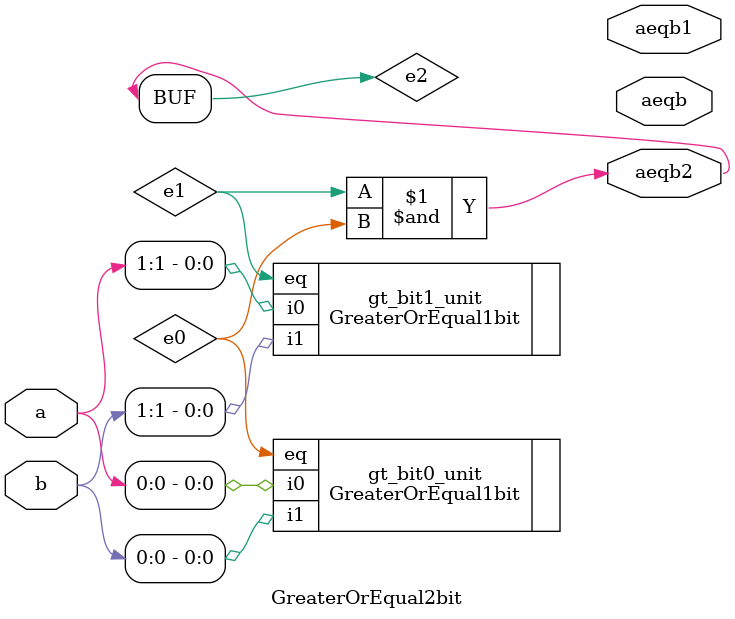
<source format=v>

module GreaterOrEqual2bit
   (
    input  wire[1:0] a, b,		// a adn b are the two 2-bit numbers to compare
    output wire aeqb, aeqb1, aeqb2			// single bit output. Should be high if a adn b the same
   );

   // internal signal declaration, used to wire outpus of the 1 bit comparators
   wire e0, e1, e2;

   // body
   // instantiate two 1-bit comparators that we already know are tested and work
   // named instantiation allows us to change order of ports.
   GreaterOrEqual1bit gt_bit0_unit (.i0(a[0]), .i1(b[0]), .eq(e0));
   GreaterOrEqual1bit gt_bit1_unit (.i0(a[1]), .i1(b[1]), .eq(e1));
   assign e2 = e1 & e0;

   // a and b are equal if individual bits are equal, which comes from the 1-bit comparators
   assign aeqb2 = e2;
   
   

endmodule
</source>
